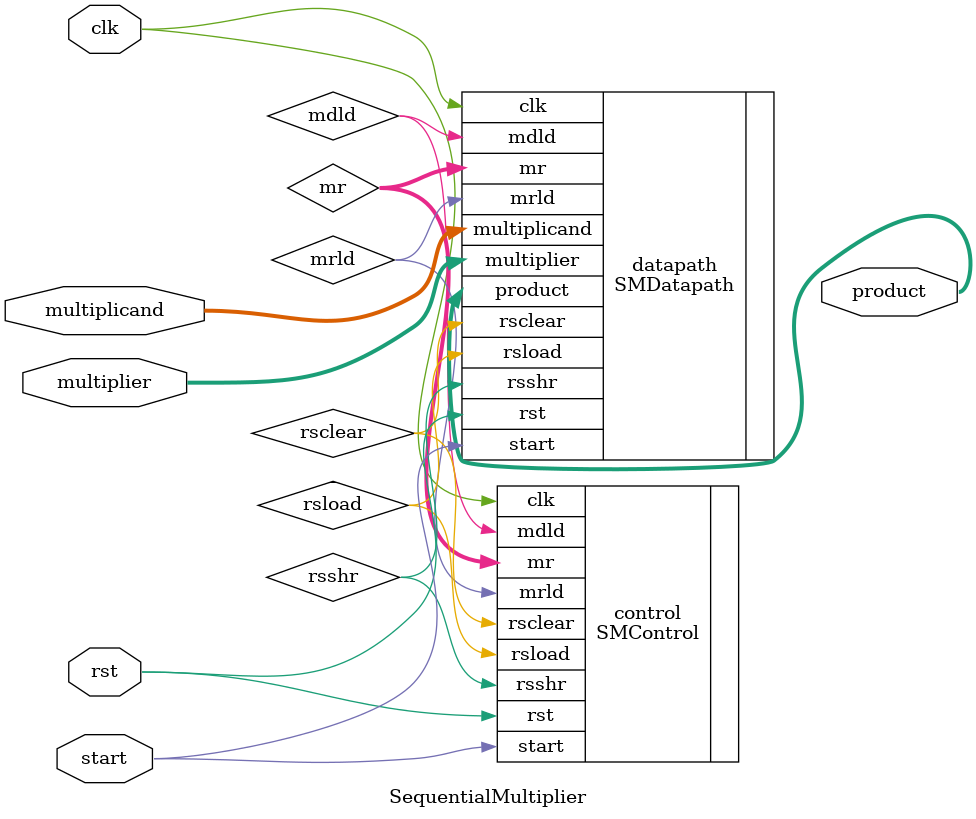
<source format=v>

module SequentialMultiplier(
	// External Inputs
	input wire          clk, // clock
    input wire          rst, // reset
	input wire          start, // start

    input wire [3:0] multiplier,
    input wire [3:0] multiplicand,

    // External Outputs
    output wire [7:0]   product
);

//----------------------------------------------------------------------
// Interconnect Wires
//----------------------------------------------------------------------

    wire [3:0] mr;

    wire mdld;
    wire mrld;
    wire rsload;
    wire rsclear;
    wire rsshr;


//----------------------------------------------------------------------
// Control Module
//----------------------------------------------------------------------

    SMControl control(
        // External Inputs for Flow
        .clk            (clk), // clock
        .rst            (rst), // reset
        .start          (start), // start

        // Inputs from Datapath
        // multiplier register (4)
        .mr             (mr), // 4 bit multiplier register

        // Controller Outputs to Datapath
        .mdld           (mdld), // load multiplicand register
        .mrld           (mrld), // load multiplier register
        .rsload         (rsload), // load running sum register
        .rsclear        (rsclear), // clear running sum register
        .rsshr          (rsshr) // shift running sum register
    );

//----------------------------------------------------------------------
// Datapath Module
//----------------------------------------------------------------------

    SMDatapath datapath(
        // External Inputs for Flow
        .clk            (clk), // clock
        .rst            (rst), // reset
        .start          (start), // start

        // External Inputs for Computation
        .multiplier     (multiplier), // 4 bit multiplier
        .multiplicand   (multiplicand), // 4 bit multiplicand

        // Signals from Controller
        .mdld           (mdld), // load multiplicand register
        .mrld           (mrld), // load multiplier register
        .rsload         (rsload), // load running sum register
        .rsclear        (rsclear), // clear running sum register
        .rsshr          (rsshr), // shift running sum register

        // Datapath Outputs to Controller
        // multiplier register (4)
        .mr             (mr), // 4 bit multiplier register

        // Datapath Outputs NOT to Controller
        // running sum register (8)
        .product        (product) // 8 bit product
    );

endmodule
</source>
